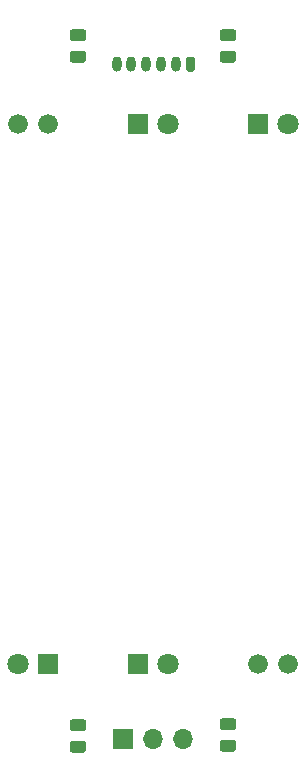
<source format=gts>
%TF.GenerationSoftware,KiCad,Pcbnew,(5.1.10)-1*%
%TF.CreationDate,2021-09-22T20:24:30-07:00*%
%TF.ProjectId,project,70726f6a-6563-4742-9e6b-696361645f70,0.0*%
%TF.SameCoordinates,Original*%
%TF.FileFunction,Soldermask,Top*%
%TF.FilePolarity,Negative*%
%FSLAX46Y46*%
G04 Gerber Fmt 4.6, Leading zero omitted, Abs format (unit mm)*
G04 Created by KiCad (PCBNEW (5.1.10)-1) date 2021-09-22 20:24:30*
%MOMM*%
%LPD*%
G01*
G04 APERTURE LIST*
%ADD10O,0.800000X1.300000*%
%ADD11R,1.700000X1.700000*%
%ADD12O,1.700000X1.700000*%
%ADD13C,1.676400*%
%ADD14R,1.800000X1.800000*%
%ADD15C,1.800000*%
G04 APERTURE END LIST*
%TO.C,R13*%
G36*
G01*
X62934001Y-139831500D02*
X62033999Y-139831500D01*
G75*
G02*
X61784000Y-139581501I0J249999D01*
G01*
X61784000Y-139056499D01*
G75*
G02*
X62033999Y-138806500I249999J0D01*
G01*
X62934001Y-138806500D01*
G75*
G02*
X63184000Y-139056499I0J-249999D01*
G01*
X63184000Y-139581501D01*
G75*
G02*
X62934001Y-139831500I-249999J0D01*
G01*
G37*
G36*
G01*
X62934001Y-141656500D02*
X62033999Y-141656500D01*
G75*
G02*
X61784000Y-141406501I0J249999D01*
G01*
X61784000Y-140881499D01*
G75*
G02*
X62033999Y-140631500I249999J0D01*
G01*
X62934001Y-140631500D01*
G75*
G02*
X63184000Y-140881499I0J-249999D01*
G01*
X63184000Y-141406501D01*
G75*
G02*
X62934001Y-141656500I-249999J0D01*
G01*
G37*
%TD*%
%TO.C,J1*%
G36*
G01*
X59709000Y-82989000D02*
X59709000Y-83889000D01*
G75*
G02*
X59509000Y-84089000I-200000J0D01*
G01*
X59109000Y-84089000D01*
G75*
G02*
X58909000Y-83889000I0J200000D01*
G01*
X58909000Y-82989000D01*
G75*
G02*
X59109000Y-82789000I200000J0D01*
G01*
X59509000Y-82789000D01*
G75*
G02*
X59709000Y-82989000I0J-200000D01*
G01*
G37*
D10*
X58059000Y-83439000D03*
X56809000Y-83439000D03*
X55559000Y-83439000D03*
X54309000Y-83439000D03*
X53059000Y-83439000D03*
%TD*%
D11*
%TO.C,J2*%
X53594000Y-140589000D03*
D12*
X56134000Y-140589000D03*
X58674000Y-140589000D03*
%TD*%
D13*
%TO.C,Q2*%
X67564000Y-134219000D03*
X65024000Y-134219000D03*
%TD*%
%TO.C,Q1*%
X44704000Y-88519000D03*
X47244000Y-88519000D03*
%TD*%
D14*
%TO.C,D8*%
X65024000Y-88519000D03*
D15*
X67564000Y-88519000D03*
%TD*%
D14*
%TO.C,D7*%
X47244000Y-134239000D03*
D15*
X44704000Y-134239000D03*
%TD*%
D14*
%TO.C,D1*%
X54864000Y-88519000D03*
D15*
X57404000Y-88519000D03*
%TD*%
D14*
%TO.C,D2*%
X54864000Y-134239000D03*
D15*
X57404000Y-134239000D03*
%TD*%
%TO.C,R10*%
G36*
G01*
X62934001Y-83316500D02*
X62033999Y-83316500D01*
G75*
G02*
X61784000Y-83066501I0J249999D01*
G01*
X61784000Y-82541499D01*
G75*
G02*
X62033999Y-82291500I249999J0D01*
G01*
X62934001Y-82291500D01*
G75*
G02*
X63184000Y-82541499I0J-249999D01*
G01*
X63184000Y-83066501D01*
G75*
G02*
X62934001Y-83316500I-249999J0D01*
G01*
G37*
G36*
G01*
X62934001Y-81491500D02*
X62033999Y-81491500D01*
G75*
G02*
X61784000Y-81241501I0J249999D01*
G01*
X61784000Y-80716499D01*
G75*
G02*
X62033999Y-80466500I249999J0D01*
G01*
X62934001Y-80466500D01*
G75*
G02*
X63184000Y-80716499I0J-249999D01*
G01*
X63184000Y-81241501D01*
G75*
G02*
X62934001Y-81491500I-249999J0D01*
G01*
G37*
%TD*%
%TO.C,R11*%
G36*
G01*
X49333999Y-140711500D02*
X50234001Y-140711500D01*
G75*
G02*
X50484000Y-140961499I0J-249999D01*
G01*
X50484000Y-141486501D01*
G75*
G02*
X50234001Y-141736500I-249999J0D01*
G01*
X49333999Y-141736500D01*
G75*
G02*
X49084000Y-141486501I0J249999D01*
G01*
X49084000Y-140961499D01*
G75*
G02*
X49333999Y-140711500I249999J0D01*
G01*
G37*
G36*
G01*
X49333999Y-138886500D02*
X50234001Y-138886500D01*
G75*
G02*
X50484000Y-139136499I0J-249999D01*
G01*
X50484000Y-139661501D01*
G75*
G02*
X50234001Y-139911500I-249999J0D01*
G01*
X49333999Y-139911500D01*
G75*
G02*
X49084000Y-139661501I0J249999D01*
G01*
X49084000Y-139136499D01*
G75*
G02*
X49333999Y-138886500I249999J0D01*
G01*
G37*
%TD*%
%TO.C,R14*%
G36*
G01*
X50234001Y-83316500D02*
X49333999Y-83316500D01*
G75*
G02*
X49084000Y-83066501I0J249999D01*
G01*
X49084000Y-82541499D01*
G75*
G02*
X49333999Y-82291500I249999J0D01*
G01*
X50234001Y-82291500D01*
G75*
G02*
X50484000Y-82541499I0J-249999D01*
G01*
X50484000Y-83066501D01*
G75*
G02*
X50234001Y-83316500I-249999J0D01*
G01*
G37*
G36*
G01*
X50234001Y-81491500D02*
X49333999Y-81491500D01*
G75*
G02*
X49084000Y-81241501I0J249999D01*
G01*
X49084000Y-80716499D01*
G75*
G02*
X49333999Y-80466500I249999J0D01*
G01*
X50234001Y-80466500D01*
G75*
G02*
X50484000Y-80716499I0J-249999D01*
G01*
X50484000Y-81241501D01*
G75*
G02*
X50234001Y-81491500I-249999J0D01*
G01*
G37*
%TD*%
M02*

</source>
